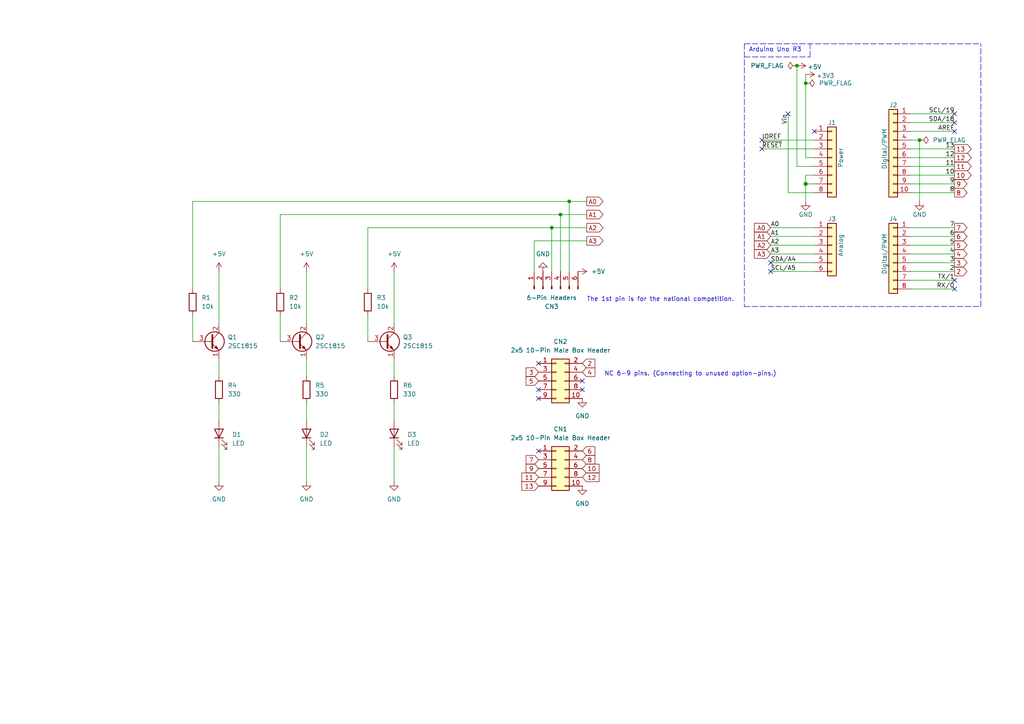
<source format=kicad_sch>
(kicad_sch (version 20211123) (generator eeschema)
  (paper "A4")
  (title_block (title "Monokon Shield for Arduino Uno R3") (date "2022-09-17") (company "神奈川県立神奈川工業高等学校 ものづくり同好会"))
  (lib_symbols
    (symbol "Connector:Conn_01x06_Male" (pin_names (offset 1.016) hide)
      (property "Reference" "J" (at 0 7.62 0))
      (property "Value" "Conn_01x06_Male" (at 0 -10.16 0))
      (symbol "Conn_01x06_Male_1_1"
        (polyline (pts (xy 1.27 -7.62) (xy 0.8636 -7.62)) (stroke (width 0.1524)))
        (polyline (pts (xy 1.27 -5.08) (xy 0.8636 -5.08)) (stroke (width 0.1524)))
        (polyline (pts (xy 1.27 -2.54) (xy 0.8636 -2.54)) (stroke (width 0.1524)))
        (polyline (pts (xy 1.27 0) (xy 0.8636 0)) (stroke (width 0.1524)))
        (polyline (pts (xy 1.27 2.54) (xy 0.8636 2.54)) (stroke (width 0.1524)))
        (polyline (pts (xy 1.27 5.08) (xy 0.8636 5.08)) (stroke (width 0.1524)))
        (rectangle (start 0.8636 -7.493) (end 0 -7.747) (stroke (width 0.1524)) (fill (type outline)))
        (rectangle (start 0.8636 -4.953) (end 0 -5.207) (stroke (width 0.1524)) (fill (type outline)))
        (rectangle (start 0.8636 -2.413) (end 0 -2.667) (stroke (width 0.1524)) (fill (type outline)))
        (rectangle (start 0.8636 0.127) (end 0 -0.127) (stroke (width 0.1524)) (fill (type outline)))
        (rectangle (start 0.8636 2.667) (end 0 2.413) (stroke (width 0.1524)) (fill (type outline)))
        (rectangle (start 0.8636 5.207) (end 0 4.953) (stroke (width 0.1524)) (fill (type outline)))
        (pin passive line (at 5.08 5.08 180) (length 3.81) (name "Pin_1") (number "1"))
        (pin passive line (at 5.08 2.54 180) (length 3.81) (name "Pin_2") (number "2"))
        (pin passive line (at 5.08 0 180) (length 3.81) (name "Pin_3") (number "3"))
        (pin passive line (at 5.08 -2.54 180) (length 3.81) (name "Pin_4") (number "4"))
        (pin passive line (at 5.08 -5.08 180) (length 3.81) (name "Pin_5") (number "5"))
        (pin passive line (at 5.08 -7.62 180) (length 3.81) (name "Pin_6") (number "6"))
      )
    )
    (symbol "Connector_Generic:Conn_01x06" (pin_names (offset 1.016) hide)
      (property "Reference" "J" (at 0 7.62 0))
      (property "Value" "Conn_01x06" (at 0 -10.16 0))
      (symbol "Conn_01x06_1_1"
        (rectangle (start -1.27 -7.493) (end 0 -7.747) (stroke (width 0.1524)))
        (rectangle (start -1.27 -4.953) (end 0 -5.207) (stroke (width 0.1524)))
        (rectangle (start -1.27 -2.413) (end 0 -2.667) (stroke (width 0.1524)))
        (rectangle (start -1.27 0.127) (end 0 -0.127) (stroke (width 0.1524)))
        (rectangle (start -1.27 2.667) (end 0 2.413) (stroke (width 0.1524)))
        (rectangle (start -1.27 5.207) (end 0 4.953) (stroke (width 0.1524)))
        (rectangle (start -1.27 6.35) (end 1.27 -8.89) (stroke (width 0.254)) (fill (type background)))
        (pin passive line (at -5.08 5.08 0) (length 3.81) (name "Pin_1") (number "1"))
        (pin passive line (at -5.08 2.54 0) (length 3.81) (name "Pin_2") (number "2"))
        (pin passive line (at -5.08 0 0) (length 3.81) (name "Pin_3") (number "3"))
        (pin passive line (at -5.08 -2.54 0) (length 3.81) (name "Pin_4") (number "4"))
        (pin passive line (at -5.08 -5.08 0) (length 3.81) (name "Pin_5") (number "5"))
        (pin passive line (at -5.08 -7.62 0) (length 3.81) (name "Pin_6") (number "6"))
      )
    )
    (symbol "Connector_Generic:Conn_01x08" (pin_names (offset 1.016) hide)
      (property "Reference" "J" (at 0 10.16 0))
      (property "Value" "Conn_01x08" (at 0 -12.7 0))
      (symbol "Conn_01x08_1_1"
        (rectangle (start -1.27 -10.033) (end 0 -10.287) (stroke (width 0.1524)))
        (rectangle (start -1.27 -7.493) (end 0 -7.747) (stroke (width 0.1524)))
        (rectangle (start -1.27 -4.953) (end 0 -5.207) (stroke (width 0.1524)))
        (rectangle (start -1.27 -2.413) (end 0 -2.667) (stroke (width 0.1524)))
        (rectangle (start -1.27 0.127) (end 0 -0.127) (stroke (width 0.1524)))
        (rectangle (start -1.27 2.667) (end 0 2.413) (stroke (width 0.1524)))
        (rectangle (start -1.27 5.207) (end 0 4.953) (stroke (width 0.1524)))
        (rectangle (start -1.27 7.747) (end 0 7.493) (stroke (width 0.1524)))
        (rectangle (start -1.27 8.89) (end 1.27 -11.43) (stroke (width 0.254)) (fill (type background)))
        (pin passive line (at -5.08 7.62 0) (length 3.81) (name "Pin_1") (number "1"))
        (pin passive line (at -5.08 5.08 0) (length 3.81) (name "Pin_2") (number "2"))
        (pin passive line (at -5.08 2.54 0) (length 3.81) (name "Pin_3") (number "3"))
        (pin passive line (at -5.08 0 0) (length 3.81) (name "Pin_4") (number "4"))
        (pin passive line (at -5.08 -2.54 0) (length 3.81) (name "Pin_5") (number "5"))
        (pin passive line (at -5.08 -5.08 0) (length 3.81) (name "Pin_6") (number "6"))
        (pin passive line (at -5.08 -7.62 0) (length 3.81) (name "Pin_7") (number "7"))
        (pin passive line (at -5.08 -10.16 0) (length 3.81) (name "Pin_8") (number "8"))
      )
    )
    (symbol "Connector_Generic:Conn_01x10" (pin_names (offset 1.016) hide)
      (property "Reference" "J" (at 0 12.7 0))
      (property "Value" "Conn_01x10" (at 0 -15.24 0))
      (symbol "Conn_01x10_1_1"
        (rectangle (start -1.27 -12.573) (end 0 -12.827) (stroke (width 0.1524)))
        (rectangle (start -1.27 -10.033) (end 0 -10.287) (stroke (width 0.1524)))
        (rectangle (start -1.27 -7.493) (end 0 -7.747) (stroke (width 0.1524)))
        (rectangle (start -1.27 -4.953) (end 0 -5.207) (stroke (width 0.1524)))
        (rectangle (start -1.27 -2.413) (end 0 -2.667) (stroke (width 0.1524)))
        (rectangle (start -1.27 0.127) (end 0 -0.127) (stroke (width 0.1524)))
        (rectangle (start -1.27 2.667) (end 0 2.413) (stroke (width 0.1524)))
        (rectangle (start -1.27 5.207) (end 0 4.953) (stroke (width 0.1524)))
        (rectangle (start -1.27 7.747) (end 0 7.493) (stroke (width 0.1524)))
        (rectangle (start -1.27 10.287) (end 0 10.033) (stroke (width 0.1524)))
        (rectangle (start -1.27 11.43) (end 1.27 -13.97) (stroke (width 0.254)) (fill (type background)))
        (pin passive line (at -5.08 10.16 0) (length 3.81) (name "Pin_1") (number "1"))
        (pin passive line (at -5.08 -12.7 0) (length 3.81) (name "Pin_10") (number "10"))
        (pin passive line (at -5.08 7.62 0) (length 3.81) (name "Pin_2") (number "2"))
        (pin passive line (at -5.08 5.08 0) (length 3.81) (name "Pin_3") (number "3"))
        (pin passive line (at -5.08 2.54 0) (length 3.81) (name "Pin_4") (number "4"))
        (pin passive line (at -5.08 0 0) (length 3.81) (name "Pin_5") (number "5"))
        (pin passive line (at -5.08 -2.54 0) (length 3.81) (name "Pin_6") (number "6"))
        (pin passive line (at -5.08 -5.08 0) (length 3.81) (name "Pin_7") (number "7"))
        (pin passive line (at -5.08 -7.62 0) (length 3.81) (name "Pin_8") (number "8"))
        (pin passive line (at -5.08 -10.16 0) (length 3.81) (name "Pin_9") (number "9"))
      )
    )
    (symbol "Connector_Generic:Conn_02x05_Odd_Even" (pin_names (offset 1.016) hide)
      (property "Reference" "J" (at 1.27 7.62 0))
      (property "Value" "Conn_02x05_Odd_Even" (at 1.27 -7.62 0))
      (symbol "Conn_02x05_Odd_Even_1_1"
        (rectangle (start -1.27 -4.953) (end 0 -5.207) (stroke (width 0.1524)))
        (rectangle (start -1.27 -2.413) (end 0 -2.667) (stroke (width 0.1524)))
        (rectangle (start -1.27 0.127) (end 0 -0.127) (stroke (width 0.1524)))
        (rectangle (start -1.27 2.667) (end 0 2.413) (stroke (width 0.1524)))
        (rectangle (start -1.27 5.207) (end 0 4.953) (stroke (width 0.1524)))
        (rectangle (start -1.27 6.35) (end 3.81 -6.35) (stroke (width 0.254)) (fill (type background)))
        (rectangle (start 3.81 -4.953) (end 2.54 -5.207) (stroke (width 0.1524)))
        (rectangle (start 3.81 -2.413) (end 2.54 -2.667) (stroke (width 0.1524)))
        (rectangle (start 3.81 0.127) (end 2.54 -0.127) (stroke (width 0.1524)))
        (rectangle (start 3.81 2.667) (end 2.54 2.413) (stroke (width 0.1524)))
        (rectangle (start 3.81 5.207) (end 2.54 4.953) (stroke (width 0.1524)))
        (pin passive line (at -5.08 5.08 0) (length 3.81) (name "Pin_1") (number "1"))
        (pin passive line (at 7.62 -5.08 180) (length 3.81) (name "Pin_10") (number "10"))
        (pin passive line (at 7.62 5.08 180) (length 3.81) (name "Pin_2") (number "2"))
        (pin passive line (at -5.08 2.54 0) (length 3.81) (name "Pin_3") (number "3"))
        (pin passive line (at 7.62 2.54 180) (length 3.81) (name "Pin_4") (number "4"))
        (pin passive line (at -5.08 0 0) (length 3.81) (name "Pin_5") (number "5"))
        (pin passive line (at 7.62 0 180) (length 3.81) (name "Pin_6") (number "6"))
        (pin passive line (at -5.08 -2.54 0) (length 3.81) (name "Pin_7") (number "7"))
        (pin passive line (at 7.62 -2.54 180) (length 3.81) (name "Pin_8") (number "8"))
        (pin passive line (at -5.08 -5.08 0) (length 3.81) (name "Pin_9") (number "9"))
      )
    )
    (symbol "Device:LED" (pin_numbers hide) (pin_names (offset 1.016) hide)
      (property "Reference" "D" (at 0 2.54 0))
      (property "Value" "LED" (at 0 -2.54 0))
      (symbol "LED_0_1"
        (polyline (pts (xy -1.27 -1.27) (xy -1.27 1.27)) (stroke (width 0.254)))
        (polyline (pts (xy -1.27 0) (xy 1.27 0)))
        (polyline (pts (xy 1.27 -1.27) (xy 1.27 1.27) (xy -1.27 0) (xy 1.27 -1.27)) (stroke (width 0.254)))
        (polyline (pts (xy -3.048 -0.762) (xy -4.572 -2.286) (xy -3.81 -2.286) (xy -4.572 -2.286) (xy -4.572 -1.524)))
        (polyline (pts (xy -1.778 -0.762) (xy -3.302 -2.286) (xy -2.54 -2.286) (xy -3.302 -2.286) (xy -3.302 -1.524)))
      )
      (symbol "LED_1_1"
        (pin passive line (at -3.81 0 0) (length 2.54) (name "K") (number "1"))
        (pin passive line (at 3.81 0 180) (length 2.54) (name "A") (number "2"))
      )
    )
    (symbol "Device:R" (pin_numbers hide) (pin_names (offset 0))
      (property "Reference" "R" (at 2.032 0 90))
      (property "Value" "R" (at 0 0 90))
      (symbol "R_0_1"
        (rectangle (start -1.016 -2.54) (end 1.016 2.54) (stroke (width 0.254)))
      )
      (symbol "R_1_1"
        (pin passive line (at 0 3.81 270) (length 1.27) (name "~") (number "1"))
        (pin passive line (at 0 -3.81 90) (length 1.27) (name "~") (number "2"))
      )
    )
    (symbol "Transistor_BJT:2SC1815" (pin_names (offset 0) hide)
      (property "Reference" "Q" (at 5.08 1.905 0))
      (property "Value" "2SC1815" (at 5.08 0 0))
      (symbol "2SC1815_0_1"
        (polyline (pts (xy 0 0) (xy 0.508 0)))
        (polyline (pts (xy 0.635 0.635) (xy 2.54 2.54)))
        (polyline (pts (xy 0.635 -0.635) (xy 2.54 -2.54) (xy 2.54 -2.54)))
        (polyline (pts (xy 0.635 1.905) (xy 0.635 -1.905) (xy 0.635 -1.905)) (stroke (width 0.508)))
        (polyline (pts (xy 1.27 -1.778) (xy 1.778 -1.27) (xy 2.286 -2.286) (xy 1.27 -1.778) (xy 1.27 -1.778)) (fill (type outline)))
        (circle (center 1.27 0) (radius 2.8194) (stroke (width 0.254)))
      )
      (symbol "2SC1815_1_1"
        (pin passive line (at 2.54 -5.08 90) (length 2.54) (name "E") (number "1"))
        (pin passive line (at 2.54 5.08 270) (length 2.54) (name "C") (number "2"))
        (pin input line (at -5.08 0 0) (length 5.08) (name "B") (number "3"))
      )
    )
    (symbol "power:+3V3" (power) (pin_names (offset 0))
      (property "Value" "+3V3" (at 0 3.556 0))
      (symbol "+3V3_0_1"
        (polyline (pts (xy -0.762 1.27) (xy 0 2.54)))
        (polyline (pts (xy 0 0) (xy 0 2.54)))
        (polyline (pts (xy 0 2.54) (xy 0.762 1.27)))
      )
      (symbol "+3V3_1_1"
        (pin power_in line (at 0 0 90) (length 0) hide (name "+3V3") (number "1"))
      )
    )
    (symbol "power:+5V" (power) (pin_names (offset 0))
      (property "Value" "+5V" (at 0 3.556 0))
      (symbol "+5V_0_1"
        (polyline (pts (xy -0.762 1.27) (xy 0 2.54)))
        (polyline (pts (xy 0 0) (xy 0 2.54)))
        (polyline (pts (xy 0 2.54) (xy 0.762 1.27)))
      )
      (symbol "+5V_1_1"
        (pin power_in line (at 0 0 90) (length 0) hide (name "+5V") (number "1"))
      )
    )
    (symbol "power:GND" (power) (pin_names (offset 0))
      (property "Value" "GND" (at 0 -3.81 0))
      (symbol "GND_0_1"
        (polyline (pts (xy 0 0) (xy 0 -1.27) (xy 1.27 -1.27) (xy 0 -2.54) (xy -1.27 -1.27) (xy 0 -1.27)))
      )
      (symbol "GND_1_1"
        (pin power_in line (at 0 0 270) (length 0) hide (name "GND") (number "1"))
      )
    )
    (symbol "power:PWR_FLAG" (power) (pin_numbers hide) (pin_names (offset 0) hide)
      (property "Value" "PWR_FLAG" (at 0 3.81 0))
      (symbol "PWR_FLAG_0_0"
        (pin power_out line (at 0 0 90) (length 0) (name "pwr") (number "1"))
      )
      (symbol "PWR_FLAG_0_1"
        (polyline (pts (xy 0 0) (xy 0 1.27) (xy -1.016 1.905) (xy 0 2.54) (xy 1.016 1.905) (xy 0 1.27)))
      )
    )
  )
  (junction (at 233.68 24.13))
  (junction (at 233.68 53.34) (diameter 1.016))
  (junction (at 160.02 66.04))
  (junction (at 162.56 62.23))
  (junction (at 266.7 40.64))
  (junction (at 231.14 19.05))
  (junction (at 165.1 58.42))
  (no_connect (at 168.91 110.49))
  (no_connect (at 220.98 40.64))
  (no_connect (at 220.98 43.18))
  (no_connect (at 223.52 76.2))
  (no_connect (at 223.52 78.74))
  (no_connect (at 276.86 81.28))
  (no_connect (at 276.86 83.82))
  (no_connect (at 156.21 113.03))
  (no_connect (at 276.86 33.02))
  (no_connect (at 276.86 38.1))
  (no_connect (at 276.86 35.56))
  (no_connect (at 156.21 115.57))
  (no_connect (at 168.91 113.03))
  (no_connect (at 236.22 38.1))
  (no_connect (at 156.21 105.41))
  (no_connect (at 156.21 130.81))
  (no_connect (at 228.6 33.02))
  (wire (pts (xy 264.16 83.82) (xy 276.86 83.82)))
  (wire (pts (xy 165.1 58.42) (xy 170.18 58.42)))
  (wire (pts (xy 106.68 66.04) (xy 160.02 66.04)))
  (wire (pts (xy 106.68 91.44) (xy 106.68 99.06)))
  (wire (pts (xy 264.16 50.8) (xy 276.86 50.8)))
  (wire (pts (xy 264.16 33.02) (xy 276.86 33.02)))
  (wire (pts (xy 106.68 66.04) (xy 106.68 83.82)))
  (polyline (pts (xy 215.9 88.9) (xy 284.48 88.9)))
  (wire (pts (xy 233.68 50.8) (xy 233.68 53.34)))
  (wire (pts (xy 88.9 129.54) (xy 88.9 139.7)))
  (wire (pts (xy 223.52 78.74) (xy 236.22 78.74)))
  (wire (pts (xy 160.02 66.04) (xy 170.18 66.04)))
  (wire (pts (xy 88.9 116.84) (xy 88.9 121.92)))
  (polyline (pts (xy 215.9 12.7) (xy 284.48 12.7)))
  (polyline (pts (xy 284.48 88.9) (xy 284.48 12.7)))
  (wire (pts (xy 233.68 53.34) (xy 233.68 58.42)))
  (wire (pts (xy 160.02 66.04) (xy 160.02 78.74)))
  (wire (pts (xy 233.68 45.72) (xy 236.22 45.72)))
  (wire (pts (xy 231.14 48.26) (xy 236.22 48.26)))
  (wire (pts (xy 231.14 19.05) (xy 231.14 48.26)))
  (wire (pts (xy 81.28 62.23) (xy 81.28 83.82)))
  (wire (pts (xy 264.16 43.18) (xy 276.86 43.18)))
  (wire (pts (xy 233.68 21.59) (xy 233.68 24.13)))
  (wire (pts (xy 264.16 66.04) (xy 276.86 66.04)))
  (wire (pts (xy 236.22 66.04) (xy 223.52 66.04)))
  (wire (pts (xy 264.16 45.72) (xy 276.86 45.72)))
  (wire (pts (xy 264.16 68.58) (xy 276.86 68.58)))
  (polyline (pts (xy 215.9 12.7) (xy 215.9 88.9)))
  (wire (pts (xy 55.88 91.44) (xy 55.88 99.06)))
  (polyline (pts (xy 215.9 16.51) (xy 234.95 16.51)))
  (wire (pts (xy 81.28 91.44) (xy 81.28 99.06)))
  (wire (pts (xy 162.56 62.23) (xy 162.56 78.74)))
  (wire (pts (xy 114.3 129.54) (xy 114.3 139.7)))
  (wire (pts (xy 264.16 53.34) (xy 276.86 53.34)))
  (wire (pts (xy 63.5 78.74) (xy 63.5 93.98)))
  (wire (pts (xy 63.5 129.54) (xy 63.5 139.7)))
  (wire (pts (xy 264.16 73.66) (xy 276.86 73.66)))
  (wire (pts (xy 220.98 40.64) (xy 236.22 40.64)))
  (wire (pts (xy 162.56 62.23) (xy 170.18 62.23)))
  (wire (pts (xy 88.9 78.74) (xy 88.9 93.98)))
  (wire (pts (xy 154.94 69.85) (xy 170.18 69.85)))
  (wire (pts (xy 266.7 40.64) (xy 266.7 58.42)))
  (wire (pts (xy 114.3 78.74) (xy 114.3 93.98)))
  (polyline (pts (xy 234.95 16.51) (xy 234.95 12.7)))
  (wire (pts (xy 264.16 38.1) (xy 276.86 38.1)))
  (wire (pts (xy 88.9 104.14) (xy 88.9 109.22)))
  (wire (pts (xy 55.88 58.42) (xy 165.1 58.42)))
  (wire (pts (xy 236.22 71.12) (xy 223.52 71.12)))
  (wire (pts (xy 220.98 43.18) (xy 236.22 43.18)))
  (wire (pts (xy 81.28 62.23) (xy 162.56 62.23)))
  (wire (pts (xy 114.3 104.14) (xy 114.3 109.22)))
  (wire (pts (xy 233.68 24.13) (xy 233.68 45.72)))
  (wire (pts (xy 236.22 53.34) (xy 233.68 53.34)))
  (wire (pts (xy 165.1 58.42) (xy 165.1 78.74)))
  (wire (pts (xy 114.3 116.84) (xy 114.3 121.92)))
  (wire (pts (xy 236.22 55.88) (xy 228.6 55.88)))
  (wire (pts (xy 223.52 68.58) (xy 236.22 68.58)))
  (wire (pts (xy 63.5 104.14) (xy 63.5 109.22)))
  (wire (pts (xy 264.16 40.64) (xy 266.7 40.64)))
  (wire (pts (xy 236.22 50.8) (xy 233.68 50.8)))
  (wire (pts (xy 63.5 116.84) (xy 63.5 121.92)))
  (wire (pts (xy 264.16 48.26) (xy 276.86 48.26)))
  (wire (pts (xy 264.16 71.12) (xy 276.86 71.12)))
  (wire (pts (xy 223.52 73.66) (xy 236.22 73.66)))
  (wire (pts (xy 264.16 35.56) (xy 276.86 35.56)))
  (wire (pts (xy 264.16 78.74) (xy 276.86 78.74)))
  (wire (pts (xy 264.16 76.2) (xy 276.86 76.2)))
  (wire (pts (xy 55.88 58.42) (xy 55.88 83.82)))
  (wire (pts (xy 264.16 81.28) (xy 276.86 81.28)))
  (wire (pts (xy 154.94 78.74) (xy 154.94 69.85)))
  (wire (pts (xy 228.6 55.88) (xy 228.6 33.02)))
  (wire (pts (xy 236.22 76.2) (xy 223.52 76.2)))
  (wire (pts (xy 264.16 55.88) (xy 276.86 55.88)))
  (text "Arduino Uno R3" (at 217.17 15.24 0) (effects (font (size 1.27 1.27)) (justify left bottom)))
  (text "NC 6-9 pins. (Connecting to unused option-pins.)" (at 175.26 109.22 0) (effects (font (size 1.27 1.27)) (justify left bottom)))
  (text "The 1st pin is for the national competition." (at 170.18 87.63 0) (effects (font (size 1.27 1.27)) (justify left bottom)))
  (label "RX{slash}0" (at 276.86 83.82 180))
  (label "A2" (at 223.52 71.12 0))
  (label "4" (at 276.86 73.66 180))
  (label "2" (at 276.86 78.74 180))
  (label "A3" (at 223.52 73.66 0))
  (label "13" (at 276.86 43.18 180))
  (label "12" (at 276.86 45.72 180))
  (label "~{RESET}" (at 220.98 43.18 0))
  (label "10" (at 276.86 50.8 180))
  (label "7" (at 276.86 66.04 180))
  (label "SDA{slash}18" (at 276.86 35.56 180))
  (label "8" (at 276.86 55.88 180))
  (label "11" (at 276.86 48.26 180))
  (label "3" (at 276.86 76.2 180))
  (label "A1" (at 223.52 68.58 0))
  (label "TX{slash}1" (at 276.86 81.28 180))
  (label "A0" (at 223.52 66.04 0))
  (label "AREF" (at 276.86 38.1 180))
  (label "Vin" (at 228.6 33.02 270))
  (label "6" (at 276.86 68.58 180))
  (label "SCL{slash}19" (at 276.86 33.02 180))
  (label "9" (at 276.86 53.34 180))
  (label "5" (at 276.86 71.12 180))
  (label "IOREF" (at 220.98 40.64 0))
  (label "SDA{slash}A4" (at 223.52 76.2 0))
  (label "SCL{slash}A5" (at 223.52 78.74 0))
  (global_label "A2" (shape input) (at 223.52 71.12 180) (property "Intersheet References" "${INTERSHEET_REFS}" (effects hide)))
  (global_label "11" (shape input) (at 156.21 138.43 180) (property "Intersheet References" "${INTERSHEET_REFS}" (effects hide)))
  (global_label "A3" (shape output) (at 170.18 69.85 0) (property "Intersheet References" "${INTERSHEET_REFS}" (effects hide)))
  (global_label "4" (shape output) (at 276.86 73.66 0) (property "Intersheet References" "${INTERSHEET_REFS}" (effects hide)))
  (global_label "A0" (shape input) (at 223.52 66.04 180) (property "Intersheet References" "${INTERSHEET_REFS}" (effects hide)))
  (global_label "11" (shape output) (at 276.86 48.26 0) (property "Intersheet References" "${INTERSHEET_REFS}" (effects hide)))
  (global_label "4" (shape input) (at 168.91 107.95 0) (property "Intersheet References" "${INTERSHEET_REFS}" (effects hide)))
  (global_label "9" (shape input) (at 156.21 135.89 180) (property "Intersheet References" "${INTERSHEET_REFS}" (effects hide)))
  (global_label "5" (shape output) (at 276.86 71.12 0) (property "Intersheet References" "${INTERSHEET_REFS}" (effects hide)))
  (global_label "6" (shape input) (at 168.91 130.81 0) (property "Intersheet References" "${INTERSHEET_REFS}" (effects hide)))
  (global_label "2" (shape input) (at 168.91 105.41 0) (property "Intersheet References" "${INTERSHEET_REFS}" (effects hide)))
  (global_label "2" (shape output) (at 276.86 78.74 0) (property "Intersheet References" "${INTERSHEET_REFS}" (effects hide)))
  (global_label "8" (shape output) (at 276.86 55.88 0) (property "Intersheet References" "${INTERSHEET_REFS}" (effects hide)))
  (global_label "13" (shape input) (at 156.21 140.97 180) (property "Intersheet References" "${INTERSHEET_REFS}" (effects hide)))
  (global_label "10" (shape output) (at 276.86 50.8 0) (property "Intersheet References" "${INTERSHEET_REFS}" (effects hide)))
  (global_label "A0" (shape output) (at 170.18 58.42 0) (property "Intersheet References" "${INTERSHEET_REFS}" (effects hide)))
  (global_label "3" (shape output) (at 276.86 76.2 0) (property "Intersheet References" "${INTERSHEET_REFS}" (effects hide)))
  (global_label "7" (shape output) (at 276.86 66.04 0) (property "Intersheet References" "${INTERSHEET_REFS}" (effects hide)))
  (global_label "6" (shape output) (at 276.86 68.58 0) (property "Intersheet References" "${INTERSHEET_REFS}" (effects hide)))
  (global_label "3" (shape input) (at 156.21 107.95 180) (property "Intersheet References" "${INTERSHEET_REFS}" (effects hide)))
  (global_label "7" (shape input) (at 156.21 133.35 180) (property "Intersheet References" "${INTERSHEET_REFS}" (effects hide)))
  (global_label "5" (shape input) (at 156.21 110.49 180) (property "Intersheet References" "${INTERSHEET_REFS}" (effects hide)))
  (global_label "A1" (shape input) (at 223.52 68.58 180) (property "Intersheet References" "${INTERSHEET_REFS}" (effects hide)))
  (global_label "9" (shape output) (at 276.86 53.34 0) (property "Intersheet References" "${INTERSHEET_REFS}" (effects hide)))
  (global_label "A2" (shape output) (at 170.18 66.04 0) (property "Intersheet References" "${INTERSHEET_REFS}" (effects hide)))
  (global_label "13" (shape output) (at 276.86 43.18 0) (property "Intersheet References" "${INTERSHEET_REFS}" (effects hide)))
  (global_label "12" (shape output) (at 276.86 45.72 0) (property "Intersheet References" "${INTERSHEET_REFS}" (effects hide)))
  (global_label "A3" (shape input) (at 223.52 73.66 180) (property "Intersheet References" "${INTERSHEET_REFS}" (effects hide)))
  (global_label "8" (shape input) (at 168.91 133.35 0) (property "Intersheet References" "${INTERSHEET_REFS}" (effects hide)))
  (global_label "A1" (shape output) (at 170.18 62.23 0) (property "Intersheet References" "${INTERSHEET_REFS}" (effects hide)))
  (global_label "12" (shape input) (at 168.91 138.43 0) (property "Intersheet References" "${INTERSHEET_REFS}" (effects hide)))
  (global_label "10" (shape input) (at 168.91 135.89 0) (property "Intersheet References" "${INTERSHEET_REFS}" (effects hide)))
  (symbol (lib_id "Connector_Generic:Conn_01x08") (at 241.3 45.72 0) (unit 1)
    (property "Reference" "J1" (at 241.3 35.56 0))
    (property "Value" "Power" (at 243.84 45.72 90))
    (property "Footprint" "Connector_PinHeader_2.54mm:PinHeader_1x08_P2.54mm_Vertical" (effects hide))
  )
  (symbol (lib_id "power:+3V3") (at 233.68 21.59 270) (unit 1)
    (property "Reference" "#PWR03" (effects hide))
    (property "Value" "+3.3V" (at 236.728 21.971 90) (effects (justify left)))
  )
  (symbol (lib_id "power:+5V") (at 231.14 19.05 270) (unit 1)
    (property "Reference" "#PWR02" (effects hide))
    (property "Value" "+5V" (at 234.188 19.4056 90) (effects (justify left)))
  )
  (symbol (lib_id "power:GND") (at 233.68 58.42 0) (unit 1)
    (property "Reference" "#PWR04" (effects hide))
    (property "Value" "GND" (at 233.68 62.23 0))
  )
  (symbol (lib_id "Connector_Generic:Conn_01x10") (at 259.08 43.18 0) (mirror y) (unit 1)
    (property "Reference" "J2" (at 259.08 30.48 0))
    (property "Value" "Digital/PWM" (at 256.54 43.18 90))
    (property "Footprint" "Connector_PinHeader_2.54mm:PinHeader_1x10_P2.54mm_Vertical" (effects hide))
  )
  (symbol (lib_id "power:GND") (at 266.7 58.42 0) (unit 1)
    (property "Reference" "#PWR05" (effects hide))
    (property "Value" "GND" (at 266.7 62.23 0))
  )
  (symbol (lib_id "Connector_Generic:Conn_01x06") (at 241.3 71.12 0) (unit 1)
    (property "Reference" "J3" (at 241.3 63.5 0))
    (property "Value" "Analog" (at 243.84 71.12 90))
    (property "Footprint" "Connector_PinHeader_2.54mm:PinHeader_1x06_P2.54mm_Vertical" (effects hide))
  )
  (symbol (lib_id "Connector_Generic:Conn_01x08") (at 259.08 73.66 0) (mirror y) (unit 1)
    (property "Reference" "J4" (at 259.08 63.5 0))
    (property "Value" "Digital/PWM" (at 256.54 73.66 90))
    (property "Footprint" "Connector_PinHeader_2.54mm:PinHeader_1x08_P2.54mm_Vertical" (effects hide))
  )
  (symbol (lib_id "Connector_Generic:Conn_02x05_Odd_Even") (at 161.29 110.49 0) (unit 1)
    (property "Reference" "CN2" (at 162.56 99.06 0))
    (property "Value" "2x5 10-Pin Male Box Header" (at 162.56 101.6 0))
    (property "Footprint" "Connector_PinHeader_2.54mm:PinHeader_2x05_P2.54mm_Vertical" (effects hide))
  )
  (symbol (lib_id "Connector_Generic:Conn_02x05_Odd_Even") (at 161.29 135.89 0) (unit 1)
    (property "Reference" "CN1" (at 162.56 124.46 0))
    (property "Value" "2x5 10-Pin Male Box Header" (at 162.56 127 0))
    (property "Footprint" "Connector_PinHeader_2.54mm:PinHeader_2x05_P2.54mm_Vertical" (effects hide))
  )
  (symbol (lib_id "power:+5V") (at 114.3 78.74 0) (unit 1)
    (property "Reference" "#PWR010" (effects hide))
    (property "Value" "+5V" (at 114.3 73.66 0))
  )
  (symbol (lib_id "Transistor_BJT:2SC1815") (at 111.76 99.06 0) (unit 1)
    (property "Reference" "Q3" (at 116.84 97.7899 0) (effects (justify left)))
    (property "Value" "2SC1815" (at 116.84 100.3299 0) (effects (justify left)))
    (property "Footprint" "Package_TO_SOT_THT:TO-92_Inline_Wide" (effects hide))
    (property "Datasheet" "https://media.digikey.com/pdf/Data%20Sheets/Toshiba%20PDFs/2SC1815.pdf" (effects hide))
  )
  (symbol (lib_id "Device:LED") (at 63.5 125.73 90) (unit 1)
    (property "Reference" "D1" (at 67.31 126.0474 90) (effects (justify right)))
    (property "Value" "LED" (at 67.31 128.5874 90) (effects (justify right)))
    (property "Footprint" "LED_THT:LED_D3.0mm" (effects hide))
  )
  (symbol (lib_id "power:PWR_FLAG") (at 266.7 40.64 270) (unit 1)
    (property "Reference" "#FLG0101" (effects hide))
    (property "Value" "PWR_FLAG" (at 270.51 40.6399 90) (effects (justify left)))
  )
  (symbol (lib_id "Connector:Conn_01x06_Male") (at 160.02 83.82 90) (unit 1)
    (property "Reference" "CN3" (at 160.02 88.9 90))
    (property "Value" "6-Pin Headers" (at 160.02 86.36 90))
    (property "Footprint" "Connector_PinHeader_2.54mm:PinHeader_1x06_P2.54mm_Vertical" (effects hide))
  )
  (symbol (lib_id "Device:LED") (at 114.3 125.73 90) (unit 1)
    (property "Reference" "D3" (at 118.11 126.0474 90) (effects (justify right)))
    (property "Value" "LED" (at 118.11 128.5874 90) (effects (justify right)))
    (property "Footprint" "LED_THT:LED_D3.0mm" (effects hide))
  )
  (symbol (lib_id "Transistor_BJT:2SC1815") (at 86.36 99.06 0) (unit 1)
    (property "Reference" "Q2" (at 91.44 97.7899 0) (effects (justify left)))
    (property "Value" "2SC1815" (at 91.44 100.3299 0) (effects (justify left)))
    (property "Footprint" "Package_TO_SOT_THT:TO-92_Inline_Wide" (effects hide))
    (property "Datasheet" "https://media.digikey.com/pdf/Data%20Sheets/Toshiba%20PDFs/2SC1815.pdf" (effects hide))
  )
  (symbol (lib_id "power:GND") (at 168.91 140.97 0) (unit 1)
    (property "Reference" "#PWR017" (effects hide))
    (property "Value" "GND" (at 168.91 146.05 0))
  )
  (symbol (lib_id "power:GND") (at 63.5 139.7 0) (unit 1)
    (property "Reference" "#PWR07" (effects hide))
    (property "Value" "GND" (at 63.5 144.78 0))
  )
  (symbol (lib_id "Device:LED") (at 88.9 125.73 90) (unit 1)
    (property "Reference" "D2" (at 92.71 126.0474 90) (effects (justify right)))
    (property "Value" "LED" (at 92.71 128.5874 90) (effects (justify right)))
    (property "Footprint" "LED_THT:LED_D3.0mm" (effects hide))
  )
  (symbol (lib_id "Transistor_BJT:2SC1815") (at 60.96 99.06 0) (unit 1)
    (property "Reference" "Q1" (at 66.04 97.7899 0) (effects (justify left)))
    (property "Value" "2SC1815" (at 66.04 100.3299 0) (effects (justify left)))
    (property "Footprint" "Package_TO_SOT_THT:TO-92_Inline_Wide" (effects hide))
    (property "Datasheet" "https://media.digikey.com/pdf/Data%20Sheets/Toshiba%20PDFs/2SC1815.pdf" (effects hide))
  )
  (symbol (lib_id "power:GND") (at 168.91 115.57 0) (unit 1)
    (property "Reference" "#PWR016" (effects hide))
    (property "Value" "GND" (at 168.91 120.65 0))
  )
  (symbol (lib_id "Device:R") (at 55.88 87.63 0) (unit 1)
    (property "Reference" "R1" (at 58.42 86.3599 0) (effects (justify left)))
    (property "Value" "10k" (at 58.42 88.8999 0) (effects (justify left)))
    (property "Footprint" "Resistor_THT:R_Axial_DIN0204_L3.6mm_D1.6mm_P7.62mm_Horizontal" (effects hide))
  )
  (symbol (lib_id "power:PWR_FLAG") (at 233.68 24.13 270) (unit 1)
    (property "Reference" "#FLG0103" (effects hide))
    (property "Value" "PWR_FLAG" (at 237.49 24.1299 90) (effects (justify left)))
  )
  (symbol (lib_id "power:+5V") (at 63.5 78.74 0) (unit 1)
    (property "Reference" "#PWR06" (effects hide))
    (property "Value" "+5V" (at 63.5 73.66 0))
  )
  (symbol (lib_id "Device:R") (at 81.28 87.63 0) (unit 1)
    (property "Reference" "R2" (at 83.82 86.3599 0) (effects (justify left)))
    (property "Value" "10k" (at 83.82 88.8999 0) (effects (justify left)))
    (property "Footprint" "Resistor_THT:R_Axial_DIN0204_L3.6mm_D1.6mm_P7.62mm_Horizontal" (effects hide))
  )
  (symbol (lib_id "power:PWR_FLAG") (at 231.14 19.05 90) (unit 1)
    (property "Reference" "#FLG0102" (effects hide))
    (property "Value" "PWR_FLAG" (at 227.33 19.0499 90) (effects (justify left)))
  )
  (symbol (lib_id "Device:R") (at 106.68 87.63 0) (unit 1)
    (property "Reference" "R3" (at 109.22 86.3599 0) (effects (justify left)))
    (property "Value" "10k" (at 109.22 88.8999 0) (effects (justify left)))
    (property "Footprint" "Resistor_THT:R_Axial_DIN0204_L3.6mm_D1.6mm_P7.62mm_Horizontal" (effects hide))
  )
  (symbol (lib_id "power:GND") (at 114.3 139.7 0) (unit 1)
    (property "Reference" "#PWR011" (effects hide))
    (property "Value" "GND" (at 114.3 144.78 0))
  )
  (symbol (lib_id "power:GND") (at 157.48 78.74 180) (unit 1)
    (property "Reference" "#PWR014" (effects hide))
    (property "Value" "GND" (at 157.48 73.66 0))
  )
  (symbol (lib_id "Device:R") (at 88.9 113.03 0) (unit 1)
    (property "Reference" "R5" (at 91.44 111.7599 0) (effects (justify left)))
    (property "Value" "330" (at 91.44 114.2999 0) (effects (justify left)))
    (property "Footprint" "Resistor_THT:R_Axial_DIN0204_L3.6mm_D1.6mm_P7.62mm_Horizontal" (effects hide))
  )
  (symbol (lib_id "power:+5V") (at 88.9 78.74 0) (unit 1)
    (property "Reference" "#PWR08" (effects hide))
    (property "Value" "+5V" (at 88.9 73.66 0))
  )
  (symbol (lib_id "Device:R") (at 63.5 113.03 0) (unit 1)
    (property "Reference" "R4" (at 66.04 111.7599 0) (effects (justify left)))
    (property "Value" "330" (at 66.04 114.2999 0) (effects (justify left)))
    (property "Footprint" "Resistor_THT:R_Axial_DIN0204_L3.6mm_D1.6mm_P7.62mm_Horizontal" (effects hide))
  )
  (symbol (lib_id "power:GND") (at 88.9 139.7 0) (unit 1)
    (property "Reference" "#PWR09" (effects hide))
    (property "Value" "GND" (at 88.9 144.78 0))
  )
  (symbol (lib_id "Device:R") (at 114.3 113.03 0) (unit 1)
    (property "Reference" "R6" (at 116.84 111.7599 0) (effects (justify left)))
    (property "Value" "330" (at 116.84 114.2999 0) (effects (justify left)))
    (property "Footprint" "Resistor_THT:R_Axial_DIN0204_L3.6mm_D1.6mm_P7.62mm_Horizontal" (effects hide))
  )
  (symbol (lib_id "power:+5V") (at 167.64 78.74 270) (unit 1)
    (property "Reference" "#PWR015" (effects hide))
    (property "Value" "+5V" (at 171.45 78.7401 90) (effects (justify left)))
  )
)
</source>
